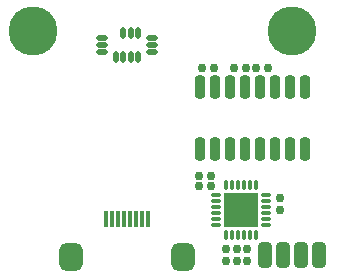
<source format=gbs>
G04*
G04 #@! TF.GenerationSoftware,Altium Limited,Altium Designer,22.0.2 (36)*
G04*
G04 Layer_Color=16711935*
%FSLAX25Y25*%
%MOIN*%
G70*
G04*
G04 #@! TF.SameCoordinates,5C43ECB9-E52E-4D68-B8B3-2A23C74EF960*
G04*
G04*
G04 #@! TF.FilePolarity,Negative*
G04*
G01*
G75*
G04:AMPARAMS|DCode=22|XSize=26mil|YSize=26mil|CornerRadius=8mil|HoleSize=0mil|Usage=FLASHONLY|Rotation=0.000|XOffset=0mil|YOffset=0mil|HoleType=Round|Shape=RoundedRectangle|*
%AMROUNDEDRECTD22*
21,1,0.02600,0.01000,0,0,0.0*
21,1,0.01000,0.02600,0,0,0.0*
1,1,0.01600,0.00500,-0.00500*
1,1,0.01600,-0.00500,-0.00500*
1,1,0.01600,-0.00500,0.00500*
1,1,0.01600,0.00500,0.00500*
%
%ADD22ROUNDEDRECTD22*%
G04:AMPARAMS|DCode=24|XSize=26mil|YSize=26mil|CornerRadius=8mil|HoleSize=0mil|Usage=FLASHONLY|Rotation=270.000|XOffset=0mil|YOffset=0mil|HoleType=Round|Shape=RoundedRectangle|*
%AMROUNDEDRECTD24*
21,1,0.02600,0.01000,0,0,270.0*
21,1,0.01000,0.02600,0,0,270.0*
1,1,0.01600,-0.00500,-0.00500*
1,1,0.01600,-0.00500,0.00500*
1,1,0.01600,0.00500,0.00500*
1,1,0.01600,0.00500,-0.00500*
%
%ADD24ROUNDEDRECTD24*%
%ADD27C,0.16348*%
G04:AMPARAMS|DCode=43|XSize=45.37mil|YSize=84.74mil|CornerRadius=12.84mil|HoleSize=0mil|Usage=FLASHONLY|Rotation=0.000|XOffset=0mil|YOffset=0mil|HoleType=Round|Shape=RoundedRectangle|*
%AMROUNDEDRECTD43*
21,1,0.04537,0.05906,0,0,0.0*
21,1,0.01968,0.08474,0,0,0.0*
1,1,0.02568,0.00984,-0.02953*
1,1,0.02568,-0.00984,-0.02953*
1,1,0.02568,-0.00984,0.02953*
1,1,0.02568,0.00984,0.02953*
%
%ADD43ROUNDEDRECTD43*%
G04:AMPARAMS|DCode=44|XSize=92mil|YSize=78mil|CornerRadius=21mil|HoleSize=0mil|Usage=FLASHONLY|Rotation=270.000|XOffset=0mil|YOffset=0mil|HoleType=Round|Shape=RoundedRectangle|*
%AMROUNDEDRECTD44*
21,1,0.09200,0.03600,0,0,270.0*
21,1,0.05000,0.07800,0,0,270.0*
1,1,0.04200,-0.01800,-0.02500*
1,1,0.04200,-0.01800,0.02500*
1,1,0.04200,0.01800,0.02500*
1,1,0.04200,0.01800,-0.02500*
%
%ADD44ROUNDEDRECTD44*%
G04:AMPARAMS|DCode=45|XSize=76.87mil|YSize=33.56mil|CornerRadius=9.89mil|HoleSize=0mil|Usage=FLASHONLY|Rotation=90.000|XOffset=0mil|YOffset=0mil|HoleType=Round|Shape=RoundedRectangle|*
%AMROUNDEDRECTD45*
21,1,0.07687,0.01378,0,0,90.0*
21,1,0.05709,0.03356,0,0,90.0*
1,1,0.01978,0.00689,0.02854*
1,1,0.01978,0.00689,-0.02854*
1,1,0.01978,-0.00689,-0.02854*
1,1,0.01978,-0.00689,0.02854*
%
%ADD45ROUNDEDRECTD45*%
%ADD46O,0.03356X0.01584*%
%ADD47O,0.01584X0.03356*%
%ADD48R,0.11624X0.11230*%
G04:AMPARAMS|DCode=49|XSize=56mil|YSize=16mil|CornerRadius=5.5mil|HoleSize=0mil|Usage=FLASHONLY|Rotation=90.000|XOffset=0mil|YOffset=0mil|HoleType=Round|Shape=RoundedRectangle|*
%AMROUNDEDRECTD49*
21,1,0.05600,0.00500,0,0,90.0*
21,1,0.04500,0.01600,0,0,90.0*
1,1,0.01100,0.00250,0.02250*
1,1,0.01100,0.00250,-0.02250*
1,1,0.01100,-0.00250,-0.02250*
1,1,0.01100,-0.00250,0.02250*
%
%ADD49ROUNDEDRECTD49*%
G04:AMPARAMS|DCode=50|XSize=19.78mil|YSize=37.5mil|CornerRadius=6.45mil|HoleSize=0mil|Usage=FLASHONLY|Rotation=270.000|XOffset=0mil|YOffset=0mil|HoleType=Round|Shape=RoundedRectangle|*
%AMROUNDEDRECTD50*
21,1,0.01978,0.02461,0,0,270.0*
21,1,0.00689,0.03750,0,0,270.0*
1,1,0.01289,-0.01230,-0.00345*
1,1,0.01289,-0.01230,0.00345*
1,1,0.01289,0.01230,0.00345*
1,1,0.01289,0.01230,-0.00345*
%
%ADD50ROUNDEDRECTD50*%
G04:AMPARAMS|DCode=51|XSize=19.78mil|YSize=37.5mil|CornerRadius=6.45mil|HoleSize=0mil|Usage=FLASHONLY|Rotation=180.000|XOffset=0mil|YOffset=0mil|HoleType=Round|Shape=RoundedRectangle|*
%AMROUNDEDRECTD51*
21,1,0.01978,0.02461,0,0,180.0*
21,1,0.00689,0.03750,0,0,180.0*
1,1,0.01289,-0.00345,0.01230*
1,1,0.01289,0.00345,0.01230*
1,1,0.01289,0.00345,-0.01230*
1,1,0.01289,-0.00345,-0.01230*
%
%ADD51ROUNDEDRECTD51*%
D22*
X51000Y23000D02*
D03*
Y27000D02*
D03*
X40000Y6000D02*
D03*
Y10000D02*
D03*
X33000D02*
D03*
Y6000D02*
D03*
X36500Y10000D02*
D03*
Y6000D02*
D03*
D24*
X39500Y70500D02*
D03*
X35500D02*
D03*
X29000D02*
D03*
X25000D02*
D03*
X43000D02*
D03*
X47000D02*
D03*
X28000Y31000D02*
D03*
X24000D02*
D03*
X28000Y34500D02*
D03*
X24000D02*
D03*
D27*
X55118Y82677D02*
D03*
X-31496D02*
D03*
D43*
X64000Y8000D02*
D03*
X52000D02*
D03*
X58000D02*
D03*
X46000D02*
D03*
D44*
X-18563Y7500D02*
D03*
X18563D02*
D03*
D45*
X24300Y43479D02*
D03*
X39300Y63920D02*
D03*
X24300D02*
D03*
X59300Y43479D02*
D03*
X54300D02*
D03*
X49300D02*
D03*
X44300D02*
D03*
X39300D02*
D03*
X34300D02*
D03*
X29300D02*
D03*
X59300Y63920D02*
D03*
X54300D02*
D03*
X49300D02*
D03*
X44300D02*
D03*
X34300D02*
D03*
X29300D02*
D03*
D46*
X29732Y18079D02*
D03*
Y20047D02*
D03*
Y22016D02*
D03*
Y23984D02*
D03*
Y25953D02*
D03*
Y27921D02*
D03*
X46268D02*
D03*
Y25953D02*
D03*
Y23984D02*
D03*
Y22016D02*
D03*
Y20047D02*
D03*
Y18079D02*
D03*
D47*
X33079Y31268D02*
D03*
X35047D02*
D03*
X37016D02*
D03*
X38984D02*
D03*
X40953D02*
D03*
X42921D02*
D03*
Y14732D02*
D03*
X40953D02*
D03*
X38984D02*
D03*
X37016D02*
D03*
X35047D02*
D03*
X33079D02*
D03*
D48*
X38000Y23000D02*
D03*
D49*
X-6890Y19900D02*
D03*
X-4921D02*
D03*
X-2953D02*
D03*
X-984D02*
D03*
X984D02*
D03*
X2953D02*
D03*
X4921D02*
D03*
X6890D02*
D03*
D50*
X-8347Y80402D02*
D03*
Y78000D02*
D03*
Y75598D02*
D03*
X8347D02*
D03*
Y78000D02*
D03*
Y80402D02*
D03*
D51*
X-3870Y73984D02*
D03*
X-1370D02*
D03*
X1130D02*
D03*
X3630D02*
D03*
Y82016D02*
D03*
X1130D02*
D03*
X-1370D02*
D03*
M02*

</source>
